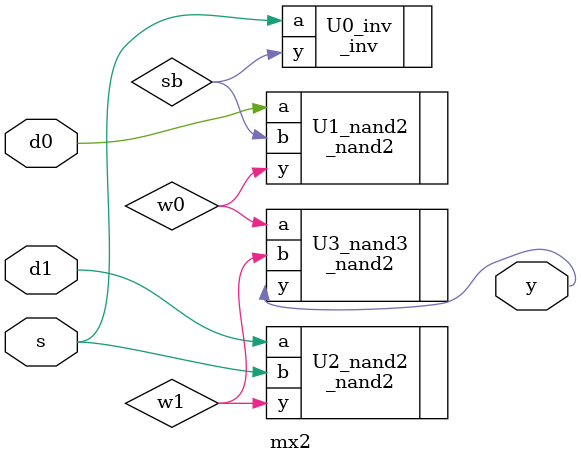
<source format=v>
module mx2(d0, d1, s, y);      //2 to 1 mx
	input    d0, d1;				 //2 inputs		
	input    s;						 // input s
	output    y;					 // output y

	wire sb, w0, w1;				 // 3 wires
	
	_inv     U0_inv(.a(s), .y(sb));					// instance by using _inv and 3 _nand2
	_nand2   U1_nand2(.a(d0), .b(sb), .y(w0));
	_nand2   U2_nand2(.a(d1), .b(s), .y(w1));
	_nand2   U3_nand3(.a(w0), .b(w1), .y(y));
	
endmodule

</source>
